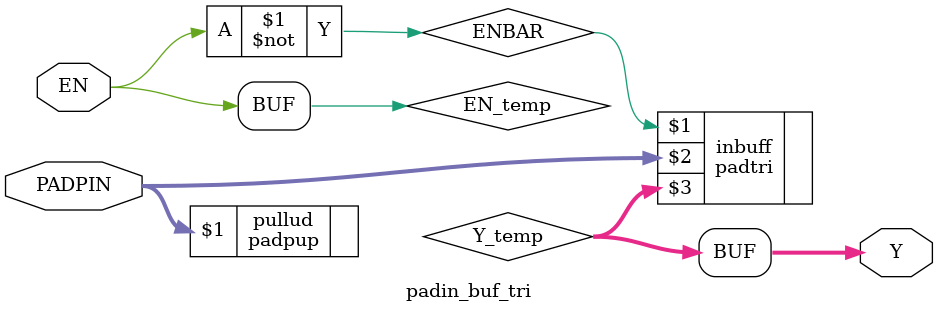
<source format=v>
module padin_buf_tri(EN,PADPIN,Y);
  parameter M = 7;
  parameter N = 0;
  parameter SLIM_FLAG = 0;
  parameter LEVEL_SHIFTING = 0;
  parameter SCHMITT_TRIGGER = 0;
  parameter PULL_TYPE = "None";
  parameter YPITCH = "4MA";
  parameter
        d_EN_r = 0,
        d_EN_f = 0,
        d_PADPIN = 1,
        d_Y = 1;
  input  EN;
  inout [M:N] PADPIN;
  output [M:N] Y;
  wire  EN_temp;
  wire [M:N] PADPIN_temp;
  wire [M:N] Y_temp;
  wire  ENBAR;
  assign #(d_EN_r,d_EN_f) EN_temp = EN;
  assign #(d_Y) Y = Y_temp;
  assign
    ENBAR = ( ~ EN_temp);
  padpup #(M,N,PULL_TYPE) pullud (PADPIN);
  padtri #(M,N) inbuff (ENBAR,PADPIN,Y_temp);
endmodule

</source>
